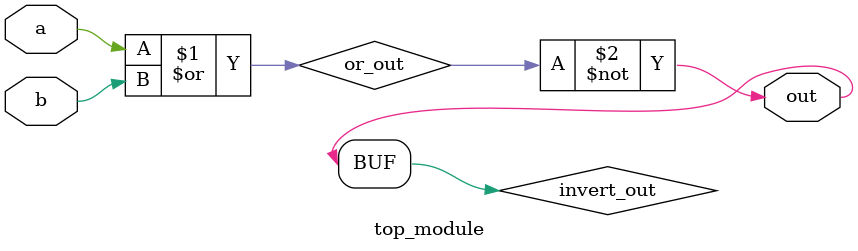
<source format=sv>
module top_module(
    input a,
    input b,
    output out
);
    // OR gate
    wire or_out;
    assign or_out = a | b;

    // Inverter
    wire invert_out;
    assign invert_out = ~or_out;

    // Output
    assign out = invert_out;
endmodule

</source>
